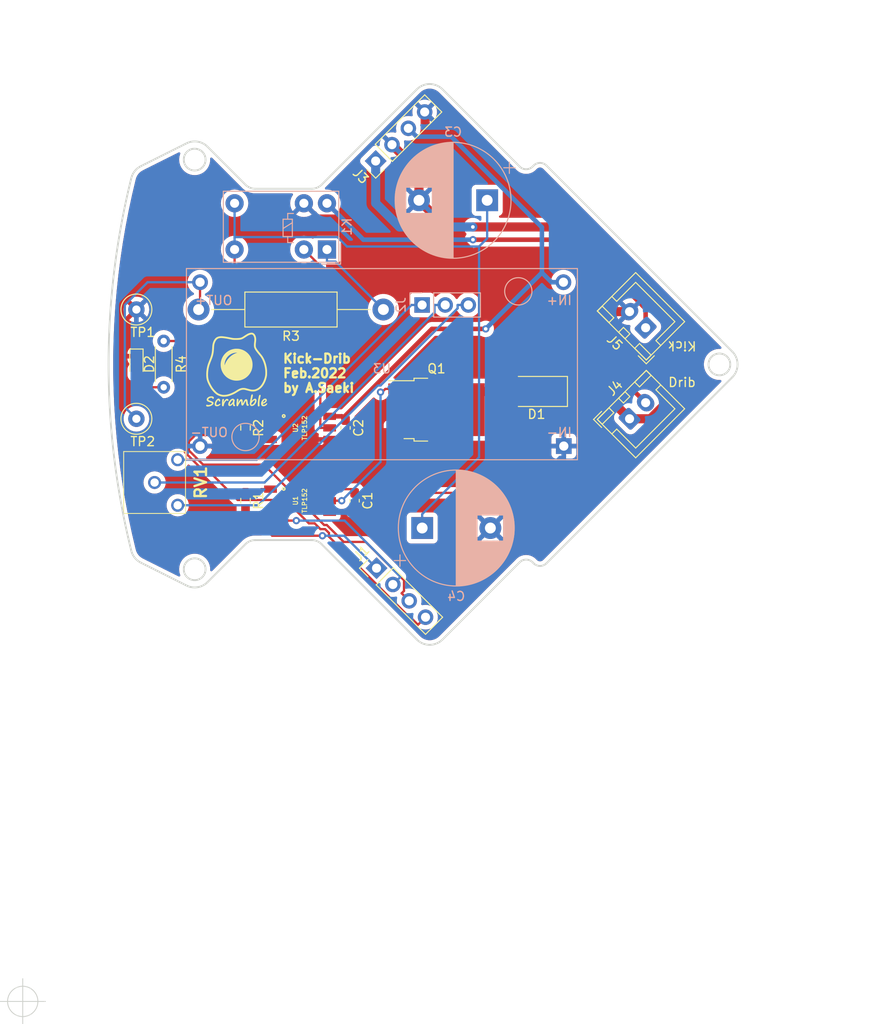
<source format=kicad_pcb>
(kicad_pcb (version 20211014) (generator pcbnew)
  (title_block (title "control board") (date "2021-11-08") (rev "V1.1") (company "Saeki.A"))
  (layers (0 "F.Cu" signal) (31 "B.Cu" signal) (34 "B.Paste" user) (35 "F.Paste" user) (36 "B.SilkS" user "B.Silkscreen") (37 "F.SilkS" user "F.Silkscreen") (38 "B.Mask" user) (39 "F.Mask" user) (44 "Edge.Cuts" user))
  (net 0 "")
  (net 1 "Net-(C3-Pad1)")
  (net 2 "+15V")
  (net 3 "GND")
  (net 4 "Net-(D1-Pad2)")
  (net 5 "Net-(J1-Pad1)")
  (net 6 "Net-(J1-Pad3)")
  (net 7 "Net-(J1-Pad4)")
  (net 8 "Net-(J1-Pad2)")
  (net 9 "Net-(J2-Pad1)")
  (net 10 "Net-(J2-Pad2)")
  (net 11 "Net-(J2-Pad3)")
  (net 12 "Net-(K1-Pad1)")
  (net 13 "Net-(K1-Pad2)")
  (net 14 "Net-(Q1-Pad1)")
  (net 15 "Net-(R3-Pad2)")
  (net 16 "Net-(R1-Pad1)")
  (net 17 "Net-(R2-Pad1)")
  (net 18 "Net-(D2-Pad2)")
  (net 19 "Net-(J5-Pad1)")
  (net 20 "Net-(C1-Pad1)")
  (footprint "0.main.robot:TLP152" (layer "F.Cu") (at 66 122 -90)
    (fp_text reference "U2" (at 0 0.5 90) (layer "F.SilkS") (effects (font (size 0.5 0.5) (thickness 0.1))))
    (fp_text value "TLP152" (at 0 -0.5 90) (layer "F.SilkS") (effects (font (size 0.5 0.5) (thickness 0.1))))
    (pad "1" smd rect locked (at -1.27 3.25 270) (size 0.8 1.4) (layers "F.Cu" "F.Paste" "F.Mask") (net 17 "Net-(R2-Pad1)"))
    (pad "3" smd rect locked (at 1.27 3.25 270) (size 0.8 1.4) (layers "F.Cu" "F.Paste" "F.Mask") (net 7 "Net-(J1-Pad4)"))
    (pad "4" smd rect locked (at 1.27 -3.25 270) (size 0.8 1.4) (layers "F.Cu" "F.Paste" "F.Mask") (net 3 "GND"))
    (pad "5" smd rect locked (at 0 -3.25 270) (size 0.8 1.4) (layers "F.Cu" "F.Paste" "F.Mask") (net 13 "Net-(K1-Pad2)"))
    (pad "6" smd rect locked (at -1.27 -3.25 270) (size 0.8 1.4) (layers "F.Cu" "F.Paste" "F.Mask") (net 2 "+15V"))
  )
  (footprint "Capacitor_SMD:C_0603_1608Metric_Pad1.08x0.95mm_HandSolder" (layer "F.Cu") (at 72 130 -90)
    (fp_text reference "C1" (at 0 -1.43 90) (layer "F.SilkS"))
    (fp_text value "1uF")
    (pad "1" smd roundrect (at -0.8625 0 270) (size 1.075 0.95) (layers "F.Cu" "F.Paste" "F.Mask") (net 20 "Net-(C1-Pad1)"))
    (pad "2" smd roundrect (at 0.8625 0 270) (size 1.075 0.95) (layers "F.Cu" "F.Paste" "F.Mask") (net 3 "GND"))
  )
  (footprint "Connector_JST:JST_XH_B2B-XH-A_1x02_P2.50mm_Vertical" (layer "F.Cu") (at 104 111 135)
    (fp_text reference "J5" (at 1.25 -3.55 135) (layer "F.SilkS"))
    (fp_text value "Kicker1")
    (pad "1" thru_hole roundrect (at 0 0 135) (size 1.7 2) (drill 1) (layers *.Cu *.Mask) (roundrect_rratio 0.1470588235) (net 19 "Net-(J5-Pad1)"))
    (pad "2" thru_hole oval (at 2.5 0 135) (size 1.7 2) (drill 1) (layers *.Cu *.Mask) (net 3 "GND"))
  )
  (footprint "Connector_PinHeader_2.54mm:PinHeader_1x04_P2.54mm_Vertical" (layer "F.Cu") (at 74.313 92.687 135)
    (fp_text reference "J3" (at 0 -2.33 135) (layer "F.SilkS"))
    (fp_text value "drib-kick_POWER")
    (pad "1" thru_hole rect (at 0 0 135) (size 1.7 1.7) (drill 1) (layers *.Cu *.Mask) (net 20 "Net-(C1-Pad1)"))
    (pad "2" thru_hole oval (at 0 2.54 135) (size 1.7 1.7) (drill 1) (layers *.Cu *.Mask) (net 3 "GND"))
    (pad "3" thru_hole oval (at 0 5.08 135) (size 1.7 1.7) (drill 1) (layers *.Cu *.Mask) (net 2 "+15V"))
    (pad "4" thru_hole oval (at 0 7.62 135) (size 1.7 1.7) (drill 1) (layers *.Cu *.Mask) (net 3 "GND"))
  )
  (footprint "TestPoint:TestPoint_Loop_D2.60mm_Drill0.9mm_Beaded" (layer "F.Cu") (at 48 121)
    (fp_text reference "TP2" (at 0.7 2.5) (layer "F.SilkS"))
    (fp_text value "V+")
    (pad "1" thru_hole circle (at 0 0) (size 1.8 1.8) (drill 0.9) (layers *.Cu *.Mask) (net 15 "Net-(R3-Pad2)"))
  )
  (footprint "TestPoint:TestPoint_Loop_D2.60mm_Drill0.9mm_Beaded" (layer "F.Cu") (at 48 109)
    (fp_text reference "TP1" (at 0.7 2.5) (layer "F.SilkS"))
    (fp_text value "GND")
    (pad "1" thru_hole circle (at 0 0) (size 1.8 1.8) (drill 0.9) (layers *.Cu *.Mask) (net 3 "GND"))
  )
  (footprint "0.main.robot:Trim-GF063X" (layer "F.Cu") (at 50 128 -90)
    (fp_text reference "RV1" (at 0 -5.08 90) (layer "F.SilkS") (effects (font (size 1.27 1.27) (thickness 0.254))))
    (fp_text value "20k" hide)
    (pad "1" thru_hole circle locked (at -2.5 -2.54 270) (size 1.431 1.431) (drill 0.92) (layers *.Cu *.Mask) (net 9 "Net-(J2-Pad1)"))
    (pad "2" thru_hole circle locked (at 0 0 270) (size 1.431 1.431) (drill 0.92) (layers *.Cu *.Mask) (net 10 "Net-(J2-Pad2)"))
    (pad "3" thru_hole circle locked (at 2.5 -2.54 270) (size 1.431 1.431) (drill 0.92) (layers *.Cu *.Mask) (net 11 "Net-(J2-Pad3)"))
  )
  (footprint "LOGO" (layer "F.Cu") (at 59 116)
    (fp_text reference "G***")
    (fp_text value "LOGO" hide)
  )
  (footprint "Resistor_SMD:R_0603_1608Metric_Pad0.98x0.95mm_HandSolder" (layer "F.Cu") (at 60 122 -90)
    (fp_text reference "R2" (at 0 -1.43 -270) (layer "F.SilkS"))
    (fp_text value "120")
    (pad "1" smd roundrect (at -0.9125 0 270) (size 0.975 0.95) (layers "F.Cu" "F.Paste" "F.Mask") (net 17 "Net-(R2-Pad1)"))
    (pad "2" smd roundrect (at 0.9125 0 270) (size 0.975 0.95) (layers "F.Cu" "F.Paste" "F.Mask") (net 6 "Net-(J1-Pad3)"))
  )
  (footprint "Resistor_SMD:R_0603_1608Metric_Pad0.98x0.95mm_HandSolder" (layer "F.Cu") (at 60 130 -90)
    (fp_text reference "R1" (at 0 -1.43 -270) (layer "F.SilkS"))
    (fp_text value "120")
    (pad "1" smd roundrect (at -0.9125 0 270) (size 0.975 0.95) (layers "F.Cu" "F.Paste" "F.Mask") (net 16 "Net-(R1-Pad1)"))
    (pad "2" smd roundrect (at 0.9125 0 270) (size 0.975 0.95) (layers "F.Cu" "F.Paste" "F.Mask") (net 5 "Net-(J1-Pad1)"))
  )
  (footprint "Capacitor_SMD:C_0603_1608Metric_Pad1.08x0.95mm_HandSolder" (layer "F.Cu") (at 71 122 -90)
    (fp_text reference "C2" (at 0 -1.43 90) (layer "F.SilkS"))
    (fp_text value "1uF")
    (pad "1" smd roundrect (at -0.8625 0 270) (size 1.075 0.95) (layers "F.Cu" "F.Paste" "F.Mask") (net 2 "+15V"))
    (pad "2" smd roundrect (at 0.8625 0 270) (size 1.075 0.95) (layers "F.Cu" "F.Paste" "F.Mask") (net 3 "GND"))
  )
  (footprint "0.main.robot:TLP152" (layer "F.Cu") (at 66 130 -90)
    (fp_text reference "U1" (at 0 0.5 90) (layer "F.SilkS") (effects (font (size 0.5 0.5) (thickness 0.1))))
    (fp_text value "TLP152" (at 0 -0.5 90) (layer "F.SilkS") (effects (font (size 0.5 0.5) (thickness 0.1))))
    (pad "1" smd rect locked (at -1.27 3.25 270) (size 0.8 1.4) (layers "F.Cu" "F.Paste" "F.Mask") (net 16 "Net-(R1-Pad1)"))
    (pad "3" smd rect locked (at 1.27 3.25 270) (size 0.8 1.4) (layers "F.Cu" "F.Paste" "F.Mask") (net 8 "Net-(J1-Pad2)"))
    (pad "4" smd rect locked (at 1.27 -3.25 270) (size 0.8 1.4) (layers "F.Cu" "F.Paste" "F.Mask") (net 3 "GND"))
    (pad "5" smd rect locked (at 0 -3.25 270) (size 0.8 1.4) (layers "F.Cu" "F.Paste" "F.Mask") (net 14 "Net-(Q1-Pad1)"))
    (pad "6" smd rect locked (at -1.27 -3.25 270) (size 0.8 1.4) (layers "F.Cu" "F.Paste" "F.Mask") (net 20 "Net-(C1-Pad1)"))
  )
  (footprint "Connector_JST:JST_XH_B2B-XH-A_1x02_P2.50mm_Vertical" (layer "F.Cu") (at 102.2322 121 45)
    (fp_text reference "J4" (at 1.25 -3.55 45) (layer "F.SilkS"))
    (fp_text value "DribblerMotor")
    (pad "1" thru_hole roundrect (at 0 0 45) (size 1.7 2) (drill 1) (layers *.Cu *.Mask) (roundrect_rratio 0.1470588235) (net 20 "Net-(C1-Pad1)"))
    (pad "2" thru_hole oval (at 2.5 0 45) (size 1.7 2) (drill 1) (layers *.Cu *.Mask) (net 4 "Net-(D1-Pad2)"))
  )
  (footprint "Resistor_THT:R_Axial_DIN0411_L9.9mm_D3.6mm_P20.32mm_Horizontal" (layer "F.Cu") (at 75.16 109 180)
    (fp_text reference "R3" (at 10.16 -2.92) (layer "F.SilkS"))
    (fp_text value "100")
    (pad "1" thru_hole circle (at 0 0 180) (size 2.4 2.4) (drill 1.2) (layers *.Cu *.Mask) (net 12 "Net-(K1-Pad1)"))
    (pad "2" thru_hole oval (at 20.32 0 180) (size 2.4 2.4) (drill 1.2) (layers *.Cu *.Mask) (net 15 "Net-(R3-Pad2)"))
  )
  (footprint "Connector_PinHeader_2.54mm:PinHeader_1x04_P2.54mm_Vertical" (layer "F.Cu") (at 74.4079 137.4079 45)
    (fp_text reference "J1" (at 0 -2.33 45) (layer "F.SilkS"))
    (fp_text value "drib-kick")
    (pad "1" thru_hole rect (at 0 0 45) (size 1.7 1.7) (drill 1) (layers *.Cu *.Mask) (net 5 "Net-(J1-Pad1)"))
    (pad "2" thru_hole oval (at 0 2.54 45) (size 1.7 1.7) (drill 1) (layers *.Cu *.Mask) (net 8 "Net-(J1-Pad2)"))
    (pad "3" thru_hole oval (at 0 5.08 45) (size 1.7 1.7) (drill 1) (layers *.Cu *.Mask) (net 6 "Net-(J1-Pad3)"))
    (pad "4" thru_hole oval (at 0 7.62 45) (size 1.7 1.7) (drill 1) (layers *.Cu *.Mask) (net 7 "Net-(J1-Pad4)"))
  )
  (footprint "Resistor_THT:R_Axial_DIN0204_L3.6mm_D1.6mm_P5.08mm_Horizontal" (layer "F.Cu") (at 51 112.46 -90)
    (fp_text reference "R4" (at 2.54 -1.92 90) (layer "F.SilkS"))
    (fp_text value "30k")
    (pad "1" thru_hole circle (at 0 0 270) (size 1.4 1.4) (drill 0.7) (layers *.Cu *.Mask) (net 1 "Net-(C3-Pad1)"))
    (pad "2" thru_hole oval (at 5.08 0 270) (size 1.4 1.4) (drill 0.7) (layers *.Cu *.Mask) (net 18 "Net-(D2-Pad2)"))
  )
  (footprint "Diode_SMD:D_SMA" (layer "F.Cu") (at 92 118 180)
    (fp_text reference "D1" (at 0 -2.5) (layer "F.SilkS"))
    (fp_text value "SX34F")
    (pad "1" smd rect (at -2 0 180) (size 2.5 1.8) (layers "F.Cu" "F.Paste" "F.Mask") (net 20 "Net-(C1-Pad1)"))
    (pad "2" smd rect (at 2 0 180) (size 2.5 1.8) (layers "F.Cu" "F.Paste" "F.Mask") (net 4 "Net-(D1-Pad2)"))
  )
  (footprint "Package_TO_SOT_SMD:TO-252-2" (layer "F.Cu") (at 81 120)
    (fp_text reference "Q1" (at 0 -4.5) (layer "F.SilkS"))
    (fp_text value "NP52N06SLG")
    (pad "1" smd rect (at -4.2 -2.28) (size 2.2 1.2) (layers "F.Cu" "F.Paste" "F.Mask") (net 14 "Net-(Q1-Pad1)"))
    (pad "2" smd rect (at 2.1 0) (size 6.4 5.8) (layers "F.Cu" "F.Mask") (net 4 "Net-(D1-Pad2)"))
    (pad "3" smd rect (at -4.2 2.28) (size 2.2 1.2) (layers "F.Cu" "F.Paste" "F.Mask") (net 3 "GND"))
  )
  (footprint "LED_SMD:LED_0603_1608Metric_Pad1.05x0.95mm_HandSolder" (layer "F.Cu") (at 48 115 -90)
    (fp_text reference "D2" (at 0 -1.43 90) (layer "F.SilkS"))
    (fp_text value "LED")
    (pad "1" smd roundrect (at -0.875 0 270) (size 1.05 0.95) (layers "F.Cu" "F.Paste" "F.Mask") (net 3 "GND"))
    (pad "2" smd roundrect (at 0.875 0 270) (size 1.05 0.95) (layers "F.Cu" "F.Paste" "F.Mask") (net 18 "Net-(D2-Pad2)"))
  )
  (footprint "Capacitor_THT:CP_Radial_D12.5mm_P7.50mm" (layer "B.Cu") (at 79.426 133)
    (fp_text reference "C4" (at 3.75 7.5) (layer "B.SilkS") (effects (justify mirror)))
    (fp_text value "1000uF/50V")
    (pad "1" thru_hole rect (at 0 0) (size 2.4 2.4) (drill 1.2) (layers *.Cu *.Mask) (net 1 "Net-(C3-Pad1)"))
    (pad "2" thru_hole circle (at 7.5 0) (size 2.4 2.4) (drill 1.2) (layers *.Cu *.Mask) (net 3 "GND"))
  )
  (footprint "0.main.robot:XL6009_HW432" (layer "B.Cu") (at 75 115 180)
    (fp_text reference "U3" (at 0 -0.5) (layer "B.SilkS") (effects (justify mirror)))
    (fp_text value "XL6009/HW-432")
    (fp_text user "OUT-" (at 19 -7.5) (layer "B.SilkS") (effects (justify mirror)))
    (fp_text user "IN-" (at -19.5 -7.5) (layer "B.SilkS") (effects (justify mirror)))
    (fp_text user "IN+" (at -19.5 7) (layer "B.SilkS") (effects (justify mirror)))
    (fp_text user "OUT+" (at 18.5 7) (layer "B.SilkS") (effects (justify mirror)))
    (pad "1" thru_hole rect (at -20 -9 180) (size 1.7272 1.7272) (drill 1.016) (layers *.Cu *.Mask) (net 3 "GND"))
    (pad "2" thru_hole oval (at -19.96 9 180) (size 1.7272 1.7272) (drill 1.016) (layers *.Cu *.Mask) (net 2 "+15V"))
    (pad "3" thru_hole oval (at 20 -9 180) (size 1.7272 1.7272) (drill 1.016) (layers *.Cu *.Mask) (net 3 "GND"))
    (pad "4" thru_hole oval (at 20 9 180) (size 1.7272 1.7272) (drill 1.016) (layers *.Cu *.Mask) (net 15 "Net-(R3-Pad2)"))
  )
  (footprint "Relay_THT:Relay_SPDT_Omron_G5V-1" (layer "B.Cu") (at 68.9575 102.4075 90)
    (fp_text reference "K1" (at 2.5 2.2 90) (layer "B.SilkS") (effects (justify mirror)))
    (fp_text value "G5V-1/12V")
    (pad "1" thru_hole rect (at 0 0 90) (size 2 2) (drill 1) (layers *.Cu *.Mask) (net 12 "Net-(K1-Pad1)"))
    (pad "2" thru_hole circle (at 0 -2.54 90) (size 2 2) (drill 1) (layers *.Cu *.Mask) (net 13 "Net-(K1-Pad2)"))
    (pad "5" thru_hole circle (at 0 -10.16 90) (size 2 2) (drill 1) (layers *.Cu *.Mask) (net 1 "Net-(C3-Pad1)"))
    (pad "6" thru_hole circle (at 5.08 -10.16 90) (size 2 2) (drill 1) (layers *.Cu *.Mask) (net 1 "Net-(C3-Pad1)"))
    (pad "9" thru_hole circle (at 5.08 -2.54 90) (size 2 2) (drill 1) (layers *.Cu *.Mask) (net 3 "GND"))
    (pad "10" thru_hole circle (at 5.08 0 90) (size 2 2) (drill 1) (layers *.Cu *.Mask) (net 19 "Net-(J5-Pad1)"))
  )
  (footprint "Capacitor_THT:CP_Radial_D12.5mm_P7.50mm" (layer "B.Cu") (at 86.574 97 180)
    (fp_text reference "C3" (at 3.75 7.5) (layer "B.SilkS") (effects (justify mirror)))
    (fp_text value "1000uF/50V")
    (pad "1" thru_hole rect (at 0 0 180) (size 2.4 2.4) (drill 1.2) (layers *.Cu *.Mask) (net 1 "Net-(C3-Pad1)"))
    (pad "2" thru_hole circle (at 7.5 0 180) (size 2.4 2.4) (drill 1.2) (layers *.Cu *.Mask) (net 3 "GND"))
  )
  (footprint "Connector_PinHeader_2.54mm:PinHeader_1x03_P2.54mm_Vertical" (layer "B.Cu") (at 79.42 108.5 -90)
    (fp_text reference "J2" (at 0 2.33 90) (layer "B.SilkS") (effects (justify mirror)))
    (fp_text value "Conn_01x03")
    (pad "1" thru_hole rect (at 0 0 270) (size 1.7 1.7) (drill 1) (layers *.Cu *.Mask) (net 9 "Net-(J2-Pad1)"))
    (pad "2" thru_hole oval (at 0 -2.54 270) (size 1.7 1.7) (drill 1) (layers *.Cu *.Mask) (net 10 "Net-(J2-Pad2)"))
    (pad "3" thru_hole oval (at 0 -5.08 270) (size 1.7 1.7) (drill 1) (layers *.Cu *.Mask) (net 11 "Net-(J2-Pad3)"))
  )
  (gr_arc (start 91.679969 93.185513) (mid 92.387076 92.892619) (end 93.094182 93.185513) (layer "Edge.Cuts") (width 0.2))
  (gr_arc (start 90.150532 136.760152) (mid 90.857638 136.467258) (end 91.564745 136.760152) (layer "Edge.Cuts") (width 0.2))
  (gr_arc (start 68.360164 95.292114) (mid 67.873529 95.617273) (end 67.299504 95.731454) (layer "Edge.Cuts") (width 0.2))
  (gr_line (start 91.564745 136.760152) (end 91.679969 136.875375) (layer "Edge.Cuts") (width 0.2))
  (gr_line (start 91.679969 93.185513) (end 91.564745 93.300736) (layer "Edge.Cuts") (width 0.2))
  (gr_line (start 61.056863 134.329434) (end 67.299504 134.329434) (layer "Edge.Cuts") (width 0.2))
  (gr_arc (start 67.299504 134.329434) (mid 67.873529 134.443615) (end 68.360164 134.768774) (layer "Edge.Cuts") (width 0.2))
  (gr_arc (start 78.836823 84.815455) (mid 80.251037 84.229668) (end 81.66525 84.815455) (layer "Edge.Cuts") (width 0.2))
  (gr_arc (start 47.439877 135.496901) (mid 44.939114 115.030444) (end 47.439877 94.563987) (layer "Edge.Cuts") (width 0.2))
  (gr_arc (start 81.66525 145.245433) (mid 80.251037 145.83122) (end 78.836823 145.245433) (layer "Edge.Cuts") (width 0.2))
  (gr_arc (start 48.486608 136.804192) (mid 47.819822 136.265382) (end 47.439877 135.496901) (layer "Edge.Cuts") (width 0.2))
  (gr_line (start 68.360164 134.768774) (end 78.836823 145.245433) (layer "Edge.Cuts") (width 0.2))
  (gr_arc (start 93.094182 136.875375) (mid 92.387076 137.168269) (end 91.679969 136.875375) (layer "Edge.Cuts") (width 0.2))
  (gr_line (start 59.996203 95.292114) (end 55.822033 91.117945) (layer "Edge.Cuts") (width 0.2))
  (gr_arc (start 55.822033 138.942943) (mid 54.728184 139.502904) (end 53.513393 139.317584) (layer "Edge.Cuts") (width 0.2))
  (gr_circle (center 112.110687 115.030444) (end 110.910687 115.030444) (layer "Edge.Cuts") (width 0.2) (fill none))
  (gr_line (start 48.486608 136.804192) (end 53.513393 139.317584) (layer "Edge.Cuts") (width 0.2))
  (gr_line (start 55.822033 138.942943) (end 59.996203 134.768774) (layer "Edge.Cuts") (width 0.2))
  (gr_arc (start 47.439877 94.563987) (mid 47.819822 93.795506) (end 48.486608 93.256696) (layer "Edge.Cuts") (width 0.2))
  (gr_line (start 53.513393 90.743304) (end 48.486608 93.256696) (layer "Edge.Cuts") (width 0.2))
  (gr_arc (start 61.056863 95.731454) (mid 60.482838 95.617273) (end 59.996203 95.292114) (layer "Edge.Cuts") (width 0.2))
  (gr_line (start 81.66525 145.245433) (end 90.150532 136.760152) (layer "Edge.Cuts") (width 0.2))
  (gr_arc (start 53.513393 90.743304) (mid 54.728184 90.557984) (end 55.822033 91.117945) (layer "Edge.Cuts") (width 0.2))
  (gr_arc (start 59.996203 134.768774) (mid 60.482838 134.443615) (end 61.056863 134.329434) (layer "Edge.Cuts") (width 0.2))
  (gr_line (start 67.299504 95.731454) (end 61.056863 95.731454) (layer "Edge.Cuts") (width 0.2))
  (gr_line (start 90.150532 93.300736) (end 81.66525 84.815455) (layer "Edge.Cuts") (width 0.2))
  (gr_circle (center 54.407819 137.52873) (end 53.207819 137.52873) (layer "Edge.Cuts") (width 0.2) (fill none))
  (gr_circle (center 54.407819 92.532159) (end 53.207819 92.532159) (layer "Edge.Cuts") (width 0.2) (fill none))
  (gr_arc (start 113.5249 113.61623) (mid 114.110687 115.030444) (end 113.5249 116.444658) (layer "Edge.Cuts") (width 0.2))
  (gr_line (start 78.836823 84.815455) (end 68.360164 95.292114) (layer "Edge.Cuts") (width 0.2))
  (gr_arc (start 91.564745 93.300736) (mid 90.857638 93.59363) (end 90.150532 93.300736) (layer "Edge.Cuts") (width 0.2))
  (gr_line (start 113.5249 113.61623) (end 93.094182 93.185513) (layer "Edge.Cuts") (width 0.2))
  (gr_line (start 93.094182 136.875375) (end 113.5249 116.444658) (layer "Edge.Cuts") (width 0.2))
  (gr_text "Kick-Drib\nFeb.2022\nby A.Saeki" (at 64 116) (layer "F.SilkS") (effects (font (size 1 1) (thickness 0.25)) (justify left)))
  (gr_text "Drib" (at 108 117) (layer "F.SilkS") (effects (font (size 1 1))))
  (gr_text "Kick" (at 108 113 180) (layer "F.SilkS") (effects (font (size 1 1))))
  (target plus (at 35.5 185) (size 5) (width 0.1) (layer "Edge.Cuts"))
  (segment (start 53.960249 112.46) (end 51 112.46) (width 0.25) (layer "F.Cu") (net 1))
  (segment (start 58.7975 102.4075) (end 58.7975 107.622749) (width 0.25) (layer "F.Cu") (net 1))
  (segment (start 58.7975 107.622749) (end 53.960249 112.46) (width 0.25) (layer "F.Cu") (net 1))
  (segment (start 85.6805 125.2202) (end 85.6805 102.079) (width 0.25) (layer "B.Cu") (net 1))
  (segment (start 85.6805 102.079) (end 86.574 101.1855) (width 0.25) (layer "B.Cu") (net 1))
  (segment (start 58.7975 101.0424) (end 58.7975 97.3275) (width 0.25) (layer "B.Cu") (net 1))
  (segment (start 71.1478 102.079) (end 85.6805 102.079) (width 0.25) (layer "B.Cu") (net 1))
  (segment (start 58.7975 101.0424) (end 70.1112 101.0424) (width 0.25) (layer "B.Cu") (net 1))
  (segment (start 79.426 131.4747) (end 85.6805 125.2202) (width 0.25) (layer "B.Cu") (net 1))
  (segment (start 86.574 101.1855) (end 86.574 97) (width 0.25) (layer "B.Cu") (net 1))
  (segment (start 58.7975 102.4075) (end 58.7975 101.0424) (width 0.25) (layer "B.Cu") (net 1))
  (segment (start 79.426 133) (end 79.426 131.4747) (width 0.25) (layer "B.Cu") (net 1))
  (segment (start 70.1112 101.0424) (end 71.1478 102.079) (width 0.25) (layer "B.Cu") (net 1))
  (segment (start 80.5013 111.1268) (end 86.4119 111.1268) (width 0.5) (layer "F.Cu") (net 2))
  (segment (start 70.7453 120.8828) (end 71 121.1375) (width 0.5) (layer "F.Cu") (net 2))
  (segment (start 70.5925 120.73) (end 70.7453 120.8828) (width 0.5) (layer "F.Cu") (net 2))
  (segment (start 70.7453 120.8828) (end 80.5013 111.1268) (width 0.5) (layer "F.Cu") (net 2))
  (segment (start 69.25 120.73) (end 70.5925 120.73) (width 0.5) (layer "F.Cu") (net 2))
  (via (at 86.4119 111.1268) (size 0.8) (drill 0.4) (layers "F.Cu" "B.Cu") (net 2))
  (segment (start 93.6461 106) (end 92.5924 104.9463) (width 0.5) (layer "B.Cu") (net 2))
  (segment (start 82.6381 90.0143) (end 92.5924 99.9686) (width 0.5) (layer "B.Cu") (net 2))
  (segment (start 92.5924 104.9463) (end 86.4119 111.1268) (width 0.5) (layer "B.Cu") (net 2))
  (segment (start 94.96 106) (end 93.6461 106) (width 0.5) (layer "B.Cu") (net 2))
  (segment (start 92.5924 99.9686) (end 92.5924 104.9463) (width 0.5) (layer "B.Cu") (net 2))
  (segment (start 78.8246 90.0143) (end 82.6381 90.0143) (width 0.5) (layer "B.Cu") (net 2))
  (segment (start 77.9051 89.0949) (end 78.8246 90.0143) (width 0.5) (layer "B.Cu") (net 2))
  (segment (start 84.438 116.1) (end 78.9005 116.1) (width 1) (layer "F.Cu") (net 3))
  (segment (start 69.25 123.27) (end 69.25 123.4) (width 0.5) (layer "F.Cu") (net 3))
  (segment (start 69.25 131.27) (end 71.5925 131.27) (width 0.5) (layer "F.Cu") (net 3))
  (segment (start 70.9495 123.4) (end 69.25 123.4) (width 1) (layer "F.Cu") (net 3))
  (segment (start 67.8985 98.8085) (end 77.2655 98.8085) (width 0.5) (layer "F.Cu") (net 3))
  (segment (start 102.2322 109.2322) (end 102.232 109.232) (width 0.5) (layer "F.Cu") (net 3))
  (segment (start 79.7546 93.1753) (end 79.7546 87.3523) (width 1) (layer "F.Cu") (net 3))
  (segment (start 55 124) (end 56.3139 124) (width 0.5) (layer "F.Cu") (net 3))
  (segment (start 79.074 93.8559) (end 79.074 97) (width 1) (layer "F.Cu") (net 3))
  (segment (start 71.5925 131.27) (end 72 130.8625) (width 0.5) (layer "F.Cu") (net 3))
  (segment (start 76.08 123) (end 71.1375 123) (width 1) (layer "F.Cu") (net 3))
  (segment (start 76.8 122.28) (end 76.08 123) (width 1) (layer "F.Cu") (net 3))
  (segment (start 79.074 97) (end 91.3062 109.232) (width 1) (layer "F.Cu") (net 3))
  (segment (start 77.2655 98.8085) (end 79.074 97) (width 0.5) (layer "F.Cu") (net 3))
  (segment (start 72 130.8625) (end 84.7885 130.8625) (width 0.5) (layer "F.Cu") (net 3))
  (segment (start 71 123.349) (end 70.9495 123.4) (width 1) (layer "F.Cu") (net 3))
  (segment (start 68.5296 124.1204) (end 69.25 123.4) (width 0.5) (layer "F.Cu") (net 3))
  (segment (start 78.9005 120.18) (end 76.8 122.28) (width 1) (layer "F.Cu") (net 3))
  (segment (start 79.7546 87.3523) (end 79.7012 87.2988) (width 1) (layer "F.Cu") (net 3))
  (segment (start 71 122.8625) (end 71 123.349) (width 1) (layer "F.Cu") (net 3))
  (segment (start 56.3139 124) (end 56.4343 124.1204) (width 0.5) (layer "F.Cu") (net 3))
  (segment (start 78.9005 116.1) (end 78.9005 120.18) (width 1) (layer "F.Cu") (net 3))
  (segment (start 91.3062 109.232) (end 84.438 116.1) (width 1) (layer "F.Cu") (net 3))
  (segment (start 48 114.125) (end 48 109) (width 0.5) (layer "F.Cu") (net 3))
  (segment (start 56.4343 124.1204) (end 68.5296 124.1204) (width 0.5) (layer "F.Cu") (net 3))
  (segment (start 84.7885 130.8625) (end 86.926 133) (width 0.5) (layer "F.Cu") (net 3))
  (segment (start 91.3062 109.232) (end 102.232 109.232) (width 1) (layer "F.Cu") (net 3))
  (segment (start 76.1091 90.8909) (end 79.074 93.8559) (width 1) (layer "F.Cu") (net 3))
  (segment (start 79.074 93.8559) (end 79.7546 93.1753) (width 1) (layer "F.Cu") (net 3))
  (segment (start 66.4175 97.3275) (end 67.8985 98.8085) (width 0.5) (layer "F.Cu") (net 3))
  (segment (start 71 122.862) (end 71 122.8625) (width 1) (layer "F.Cu") (net 3))
  (segment (start 71.1375 123) (end 71 122.862) (width 1) (layer "F.Cu") (net 3))
  (segment (start 94.6121 125.3139) (end 95 125.3139) (width 0.5) (layer "B.Cu") (net 3))
  (segment (start 48 116.1788) (end 54.5073 122.6861) (width 0.5) (layer "B.Cu") (net 3))
  (segment (start 48 109) (end 48 116.1788) (width 0.5) (layer "B.Cu") (net 3))
  (segment (start 95 116.4644) (end 102.2322 109.2322) (width 0.5) (layer "B.Cu") (net 3))
  (segment (start 95 124) (end 95 125.3139) (width 0.5) (layer "B.Cu") (net 3))
  (segment (start 54.5073 122.6861) (end 55 122.6861) (width 0.5) (layer "B.Cu") (net 3))
  (segment (start 86.926 133) (end 94.6121 125.3139) (width 0.5) (layer "B.Cu") (net 3))
  (segment (start 95 124) (end 95 116.4644) (width 0.5) (layer "B.Cu") (net 3))
  (segment (start 55 124) (end 55 122.6861) (width 0.5) (layer "B.Cu") (net 3))
  (segment (start 90 118) (end 90 116.6497) (width 0.5) (layer "F.Cu") (net 4))
  (segment (start 101.4175 116.6497) (end 90 116.6497) (width 0.5) (layer "F.Cu") (net 4))
  (segment (start 85.1 118) (end 83.1 120) (width 1) (layer "F.Cu") (net 4))
  (segment (start 104 119.2322) (end 101.4175 116.6497) (width 0.5) (layer "F.Cu") (net 4))
  (segment (start 90 118) (end 85.1 118) (width 1) (layer "F.Cu") (net 4))
  (segment (start 60 130.9125) (end 62.9344 133.8469) (width 0.25) (layer "F.Cu") (net 5))
  (segment (start 62.9344 133.8469) (end 68.455 133.8469) (width 0.25) (layer "F.Cu") (net 5))
  (via (at 68.455 133.8469) (size 0.8) (drill 0.4) (layers "F.Cu" "B.Cu") (net 5))
  (segment (start 70.8469 133.8469) (end 74.4079 137.4079) (width 0.25) (layer "B.Cu") (net 5))
  (segment (start 68.455 133.8469) (end 70.8469 133.8469) (width 0.25) (layer "B.Cu") (net 5))
  (segment (start 54.4921 122.7838) (end 59.8713 122.7838) (width 0.25) (layer "F.Cu") (net 6))
  (segment (start 73.214 134.5254) (end 70.7962 134.5254) (width 0.25) (layer "F.Cu") (net 6))
  (segment (start 59.8713 122.7838) (end 60 122.9125) (width 0.25) (layer "F.Cu") (net 6))
  (segment (start 77.169 140.1689) (end 77.4271 139.9108) (width 0.25) (layer "F.Cu") (net 6))
  (segment (start 70.7962 134.5254) (end 68.9421 132.6713) (width 0.25) (layer "F.Cu") (net 6))
  (segment (start 62.013 126.0381) (end 55.3348 126.0381) (width 0.25) (layer "F.Cu") (net 6))
  (segment (start 68.9421 132.6713) (end 68.6462 132.6713) (width 0.25) (layer "F.Cu") (net 6))
  (segment (start 77.4271 138.7385) (end 73.214 134.5254) (width 0.25) (layer "F.Cu") (net 6))
  (segment (start 53.7795 124.4828) (end 53.7795 123.4964) (width 0.25) (layer "F.Cu") (net 6))
  (segment (start 53.7795 123.4964) (end 54.4921 122.7838) (width 0.25) (layer "F.Cu") (net 6))
  (segment (start 78 141) (end 77.169 140.1689) (width 0.25) (layer "F.Cu") (net 6))
  (segment (start 68.6462 132.6713) (end 62.013 126.0381) (width 0.25) (layer "F.Cu") (net 6))
  (segment (start 77.4271 139.9108) (end 77.4271 138.7385) (width 0.25) (layer "F.Cu") (net 6))
  (segment (start 55.3348 126.0381) (end 53.7795 124.4828) (width 0.25) (layer "F.Cu") (net 6))
  (segment (start 55.8648 126.6477) (end 55.3075 126.6477) (width 0.25) (layer "F.Cu") (net 7))
  (segment (start 78.022 142.7961) (end 69.1803 133.9544) (width 0.25) (layer "F.Cu") (net 7))
  (segment (start 54.547 122.092) (end 60.5467 122.092) (width 0.25) (layer "F.Cu") (net 7))
  (segment (start 79.7961 142.7961) (end 78.9651 143.6271) (width 0.25) (layer "F.Cu") (net 7))
  (segment (start 78.9651 143.6271) (end 78.134 142.7961) (width 0.25) (layer "F.Cu") (net 7))
  (segment (start 66.9624 132.4857) (end 64.3969 129.9202) (width 0.25) (layer "F.Cu") (net 7))
  (segment (start 60.5467 122.092) (end 61.7247 123.27) (width 0.25) (layer "F.Cu") (net 7))
  (segment (start 53.3292 123.3098) (end 54.547 122.092) (width 0.25) (layer "F.Cu") (net 7))
  (segment (start 69.1803 133.5464) (end 68.7555 133.1216) (width 0.25) (layer "F.Cu") (net 7))
  (segment (start 78.134 142.7961) (end 78.022 142.7961) (width 0.25) (layer "F.Cu") (net 7))
  (segment (start 55.3075 126.6477) (end 53.3292 124.6694) (width 0.25) (layer "F.Cu") (net 7))
  (segment (start 59.1373 129.9202) (end 55.8648 126.6477) (width 0.25) (layer "F.Cu") (net 7))
  (segment (start 68.7555 133.1216) (end 68.2353 133.1216) (width 0.25) (layer "F.Cu") (net 7))
  (segment (start 67.5994 132.4857) (end 66.9624 132.4857) (width 0.25) (layer "F.Cu") (net 7))
  (segment (start 68.2353 133.1216) (end 67.5994 132.4857) (width 0.25) (layer "F.Cu") (net 7))
  (segment (start 53.3292 124.6694) (end 53.3292 123.3098) (width 0.25) (layer "F.Cu") (net 7))
  (segment (start 69.1803 133.9544) (end 69.1803 133.5464) (width 0.25) (layer "F.Cu") (net 7))
  (segment (start 64.3969 129.9202) (end 59.1373 129.9202) (width 0.25) (layer "F.Cu") (net 7))
  (segment (start 62.75 123.27) (end 61.7247 123.27) (width 0.25) (layer "F.Cu") (net 7))
  (segment (start 64.6928 132.1875) (end 65.5854 132.1875) (width 0.25) (layer "F.Cu") (net 8))
  (segment (start 63.7753 131.27) (end 64.6928 132.1875) (width 0.25) (layer "F.Cu") (net 8))
  (segment (start 62.75 131.27) (end 63.7753 131.27) (width 0.25) (layer "F.Cu") (net 8))
  (via (at 65.5854 132.1875) (size 0.8) (drill 0.4) (layers "F.Cu" "B.Cu") (net 8))
  (segment (start 76.204 137.4968) (end 70.8947 132.1875) (width 0.25) (layer "B.Cu") (net 8))
  (segment (start 70.8947 132.1875) (end 65.5854 132.1875) (width 0.25) (layer "B.Cu") (net 8))
  (segment (start 76.204 139.204) (end 77.0351 138.3729) (width 0.25) (layer "B.Cu") (net 8))
  (segment (start 76.204 137.5419) (end 76.204 137.4968) (width 0.25) (layer "B.Cu") (net 8))
  (segment (start 77.0351 138.3729) (end 76.204 137.5419) (width 0.25) (layer "B.Cu") (net 8))
  (segment (start 52.54 125.5) (end 61.2447 125.5) (width 0.25) (layer "B.Cu") (net 9))
  (segment (start 79.42 108.5) (end 78.2447 108.5) (width 0.25) (layer "B.Cu") (net 9))
  (segment (start 61.2447 125.5) (end 78.2447 108.5) (width 0.25) (layer "B.Cu") (net 9))
  (segment (start 80.7847 109.308) (end 80.7847 108.5) (width 0.25) (layer "B.Cu") (net 10))
  (segment (start 81.96 108.5) (end 80.7847 108.5) (width 0.25) (layer "B.Cu") (net 10))
  (segment (start 62.0927 128) (end 80.7847 109.308) (width 0.25) (layer "B.Cu") (net 10))
  (segment (start 50 128) (end 62.0927 128) (width 0.25) (layer "B.Cu") (net 10))
  (segment (start 61.3912 130.5) (end 52.54 130.5) (width 0.25) (layer "B.Cu") (net 11))
  (segment (start 83.3247 108.8673) (end 74.8476 117.3444) (width 0.25) (layer "B.Cu") (net 11))
  (segment (start 83.3247 108.5) (end 83.3247 108.8673) (width 0.25) (layer "B.Cu") (net 11))
  (segment (start 84.5 108.5) (end 83.3247 108.5) (width 0.25) (layer "B.Cu") (net 11))
  (segment (start 74.5468 117.3444) (end 61.3912 130.5) (width 0.25) (layer "B.Cu") (net 11))
  (segment (start 74.8476 117.3444) (end 74.5468 117.3444) (width 0.25) (layer "B.Cu") (net 11))
  (segment (start 69.8928 103.7328) (end 68.9575 103.7328) (width 0.25) (layer "B.Cu") (net 12))
  (segment (start 75.16 109) (end 69.8928 103.7328) (width 0.25) (layer "B.Cu") (net 12))
  (segment (start 68.9575 102.4075) (end 68.9575 103.7328) (width 0.25) (layer "B.Cu") (net 12))
  (segment (start 68.2247 104.2147) (end 66.4175 102.4075) (width 0.25) (layer "F.Cu") (net 13))
  (segment (start 69.25 122) (end 68.2247 122) (width 0.25) (layer "F.Cu") (net 13))
  (segment (start 68.2247 122) (end 68.2247 104.2147) (width 0.25) (layer "F.Cu") (net 13))
  (segment (start 75.025 118.0697) (end 75.3747 117.72) (width 0.25) (layer "F.Cu") (net 14))
  (segment (start 69.25 130) (end 70.2753 130) (width 0.25) (layer "F.Cu") (net 14))
  (segment (start 76.8 117.72) (end 75.3747 117.72) (width 0.25) (layer "F.Cu") (net 14))
  (segment (start 70.2753 130) (end 70.5781 130) (width 0.25) (layer "F.Cu") (net 14))
  (segment (start 74.8472 118.0697) (end 75.025 118.0697) (width 0.25) (layer "F.Cu") (net 14))
  (via (at 74.8472 118.0697) (size 0.8) (drill 0.4) (layers "F.Cu" "B.Cu") (net 14))
  (via (at 70.5781 130) (size 0.8) (drill 0.4) (layers "F.Cu" "B.Cu") (net 14))
  (segment (start 74.8472 125.7309) (end 70.5781 130) (width 0.25) (layer "B.Cu") (net 14))
  (segment (start 74.8472 118.0697) (end 74.8472 125.7309) (width 0.25) (layer "B.Cu") (net 14))
  (segment (start 55 108.84) (end 54.84 109) (width 0.25) (layer "F.Cu") (net 15))
  (segment (start 55 106) (end 55 108.84) (width 0.25) (layer "F.Cu") (net 15))
  (segment (start 49.2293 106) (end 55 106) (width 0.25) (layer "B.Cu") (net 15))
  (segment (start 48 121) (end 46.726 119.726) (width 0.25) (layer "B.Cu") (net 15))
  (segment (start 46.726 119.726) (end 46.726 108.5033) (width 0.25) (layer "B.Cu") (net 15))
  (segment (start 46.726 108.5033) (end 49.2293 106) (width 0.25) (layer "B.Cu") (net 15))
  (segment (start 60 129.0875) (end 61.3672 129.0875) (width 0.25) (layer "F.Cu") (net 16))
  (segment (start 61.3672 129.0875) (end 61.7247 128.73) (width 0.25) (layer "F.Cu") (net 16))
  (segment (start 62.75 128.73) (end 61.7247 128.73) (width 0.25) (layer "F.Cu") (net 16))
  (segment (start 60.3575 120.73) (end 60 121.0875) (width 0.25) (layer "F.Cu") (net 17))
  (segment (start 62.75 120.73) (end 60.3575 120.73) (width 0.25) (layer "F.Cu") (net 17))
  (segment (start 49.665 117.54) (end 48 115.875) (width 0.25) (layer "F.Cu") (net 18))
  (segment (start 51 117.54) (end 49.665 117.54) (width 0.25) (layer "F.Cu") (net 18))
  (segment (start 96.4154 101.3296) (end 85.0113 101.3296) (width 0.5) (layer "F.Cu") (net 19))
  (segment (start 104 108.9142) (end 96.4154 101.3296) (width 0.5) (layer "F.Cu") (net 19))
  (segment (start 104 111) (end 104 108.9142) (width 0.5) (layer "F.Cu") (net 19))
  (via (at 85.0113 101.3296) (size 0.8) (drill 0.4) (layers "F.Cu" "B.Cu") (net 19))
  (segment (start 72.9596 101.3296) (end 68.9575 97.3275) (width 0.5) (layer "B.Cu") (net 19))
  (segment (start 85.0113 101.3296) (end 72.9596 101.3296) (width 0.5) (layer "B.Cu") (net 19))
  (segment (start 104.529618 121) (end 108 117.529618) (width 1) (layer "F.Cu") (net 20))
  (segment (start 108 117.529618) (end 108 111.147112) (width 1) (layer "F.Cu") (net 20))
  (segment (start 102.2322 121) (end 104.529618 121) (width 1) (layer "F.Cu") (net 20))
  (segment (start 84.1878 129.1375) (end 94 119.3253) (width 0.25) (layer "F.Cu") (net 20))
  (segment (start 69.25 128.73) (end 71.5925 128.73) (width 0.25) (layer "F.Cu") (net 20))
  (segment (start 108 111.147112) (end 106.204114 109.351226) (width 1) (layer "F.Cu") (net 20))
  (segment (start 85 99.930089) (end 96.782977 99.930089) (width 1) (layer "F.Cu") (net 20))
  (segment (start 102.2322 121) (end 102.232 121) (width 0.25) (layer "F.Cu") (net 20))
  (segment (start 71.5925 128.73) (end 72 129.1375) (width 0.25) (layer "F.Cu") (net 20))
  (segment (start 96.782977 99.930089) (end 106.204114 109.351226) (width 1) (layer "F.Cu") (net 20))
  (segment (start 72 129.1375) (end 84.1878 129.1375) (width 0.25) (layer "F.Cu") (net 20))
  (segment (start 94 118) (end 94 119.3253) (width 0.25) (layer "F.Cu") (net 20))
  (segment (start 94 118) (end 99.2322 118) (width 1) (layer "F.Cu") (net 20))
  (segment (start 99.2322 118) (end 102.232 121) (width 1) (layer "F.Cu") (net 20))
  (via (at 85 99.930089) (size 0.8) (drill 0.4) (layers "F.Cu" "B.Cu") (net 20))
  (segment (start 74.313 92.687) (end 74.313 97.313) (width 1) (layer "B.Cu") (net 20))
  (segment (start 76.930089 99.930089) (end 85 99.930089) (width 1) (layer "B.Cu") (net 20))
  (segment (start 74.313 97.313) (end 76.930089 99.930089) (width 1) (layer "B.Cu") (net 20))
  (zone (net 3) (net_name "GND") (layers F&B.Cu) (connect_pads (clearance 0.508)) (min_thickness 0.254) (fill yes (thermal_gap 0.508) (thermal_bridge_width 0.508))
    (polygon (pts (xy 115 155) (xy 35 155) (xy 35 75) (xy 115 75)))
  )
)
</source>
